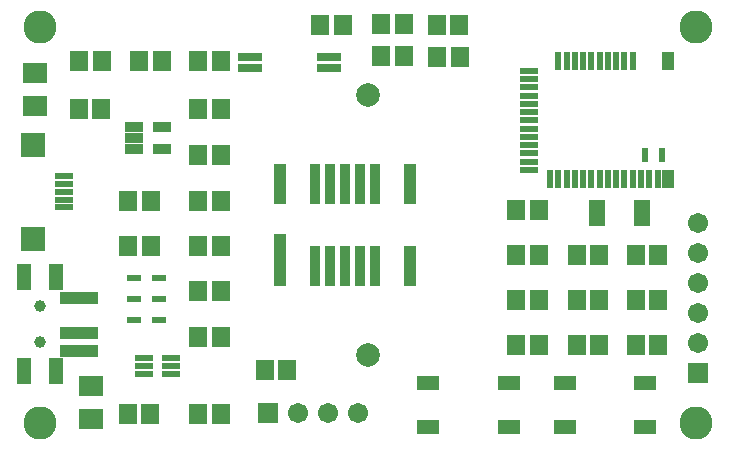
<source format=gts>
G04 Layer_Color=8388736*
%FSLAX25Y25*%
%MOIN*%
G70*
G01*
G75*
%ADD45R,0.05918X0.02200*%
%ADD46R,0.05918X0.06706*%
%ADD47R,0.04737X0.02200*%
%ADD48R,0.05721X0.08674*%
%ADD49R,0.07887X0.07099*%
%ADD50R,0.05918X0.03556*%
%ADD51R,0.07493X0.04737*%
%ADD52R,0.03950X0.06312*%
%ADD53R,0.02375X0.06312*%
%ADD54R,0.06312X0.02375*%
%ADD55R,0.02375X0.04737*%
%ADD56R,0.03950X0.17729*%
%ADD57R,0.03556X0.13792*%
%ADD58R,0.03950X0.13792*%
%ADD59R,0.07887X0.02965*%
%ADD60R,0.08300X0.07900*%
%ADD61R,0.06400X0.02200*%
%ADD62R,0.04737X0.08674*%
%ADD63R,0.12611X0.03950*%
%ADD64C,0.11036*%
%ADD65R,0.06706X0.06706*%
%ADD66C,0.06706*%
%ADD67R,0.06706X0.06706*%
%ADD68C,0.07887*%
%ADD69C,0.03950*%
D45*
X43341Y30356D02*
D03*
Y27756D02*
D03*
Y25156D02*
D03*
X52328D02*
D03*
Y27756D02*
D03*
Y30356D02*
D03*
D46*
X167520Y79724D02*
D03*
X175000D02*
D03*
X167520Y64764D02*
D03*
X175000D02*
D03*
X167520Y49803D02*
D03*
X175000D02*
D03*
X167520Y34839D02*
D03*
X175000D02*
D03*
X187598D02*
D03*
X195079D02*
D03*
X187598Y49803D02*
D03*
X195079D02*
D03*
Y64764D02*
D03*
X187598D02*
D03*
X214799D02*
D03*
X207319D02*
D03*
X214799Y49803D02*
D03*
X207319D02*
D03*
X214799Y34839D02*
D03*
X207319D02*
D03*
X21850Y129508D02*
D03*
X29331D02*
D03*
X21654Y113583D02*
D03*
X29134D02*
D03*
X41732Y129508D02*
D03*
X49213D02*
D03*
X61508D02*
D03*
X68988D02*
D03*
X61417Y113583D02*
D03*
X68898D02*
D03*
Y98032D02*
D03*
X61417D02*
D03*
X68988Y82677D02*
D03*
X61508D02*
D03*
X38189D02*
D03*
X45669D02*
D03*
X38189Y67716D02*
D03*
X45669D02*
D03*
X61508D02*
D03*
X68988D02*
D03*
X61417Y52756D02*
D03*
X68898D02*
D03*
X61508Y37402D02*
D03*
X68988D02*
D03*
X37992Y11614D02*
D03*
X45472D02*
D03*
X61508D02*
D03*
X68988D02*
D03*
X140945Y141535D02*
D03*
X148425D02*
D03*
X148622Y130905D02*
D03*
X141142D02*
D03*
X129921Y131102D02*
D03*
X122441D02*
D03*
X102165Y141535D02*
D03*
X109646D02*
D03*
X129921Y141732D02*
D03*
X122441D02*
D03*
X91142Y26575D02*
D03*
X83661D02*
D03*
D47*
X40157Y57087D02*
D03*
X48425D02*
D03*
X40157Y50197D02*
D03*
X48425D02*
D03*
X40157Y43110D02*
D03*
X48425D02*
D03*
D48*
X194488Y78740D02*
D03*
X209449D02*
D03*
D49*
X7087Y125591D02*
D03*
Y114567D02*
D03*
X25591Y21063D02*
D03*
Y10039D02*
D03*
D50*
X39961Y107480D02*
D03*
Y103740D02*
D03*
Y100000D02*
D03*
X49409D02*
D03*
Y107480D02*
D03*
D51*
X138173Y22244D02*
D03*
Y7283D02*
D03*
X164976Y22244D02*
D03*
Y7283D02*
D03*
X183646Y22244D02*
D03*
Y7283D02*
D03*
X210449Y22244D02*
D03*
Y7283D02*
D03*
D52*
X218110Y129331D02*
D03*
Y89961D02*
D03*
D53*
X181496Y129331D02*
D03*
X189764D02*
D03*
X187008D02*
D03*
X184252D02*
D03*
X198031D02*
D03*
X195275D02*
D03*
X192520D02*
D03*
X206299D02*
D03*
X203543D02*
D03*
X200787D02*
D03*
X178740Y89961D02*
D03*
X181496D02*
D03*
X184252D02*
D03*
X187008D02*
D03*
X189764D02*
D03*
X192520D02*
D03*
X195275D02*
D03*
X198031D02*
D03*
X200787D02*
D03*
X203543D02*
D03*
X206299D02*
D03*
X209055D02*
D03*
X211811D02*
D03*
X214567D02*
D03*
D54*
X171653Y109646D02*
D03*
Y106890D02*
D03*
Y104134D02*
D03*
Y117913D02*
D03*
Y115157D02*
D03*
Y112402D02*
D03*
Y123425D02*
D03*
Y120669D02*
D03*
Y101378D02*
D03*
Y98622D02*
D03*
Y95866D02*
D03*
Y93110D02*
D03*
Y126181D02*
D03*
D55*
X210433Y98228D02*
D03*
X215945D02*
D03*
D56*
X88665Y62961D02*
D03*
D57*
X100236Y61122D02*
D03*
X105236D02*
D03*
X110236D02*
D03*
X115236D02*
D03*
X120236D02*
D03*
Y88484D02*
D03*
X115236D02*
D03*
X110236D02*
D03*
X105236D02*
D03*
X100236D02*
D03*
D58*
X131890Y61122D02*
D03*
Y88484D02*
D03*
X88582D02*
D03*
D59*
X78740Y130610D02*
D03*
Y127264D02*
D03*
X105118D02*
D03*
Y130610D02*
D03*
D60*
X6299Y70027D02*
D03*
Y101575D02*
D03*
D61*
X16799Y83227D02*
D03*
Y85827D02*
D03*
Y88386D02*
D03*
Y80627D02*
D03*
Y90945D02*
D03*
D62*
X3543Y57284D02*
D03*
Y26181D02*
D03*
X14173Y57284D02*
D03*
Y26181D02*
D03*
D63*
X21654Y50591D02*
D03*
Y38780D02*
D03*
Y32874D02*
D03*
D64*
X227362Y140748D02*
D03*
X8858D02*
D03*
Y8858D02*
D03*
X227362D02*
D03*
D65*
X227953Y25591D02*
D03*
D66*
Y35591D02*
D03*
Y45591D02*
D03*
Y55590D02*
D03*
Y65591D02*
D03*
Y75590D02*
D03*
X94646Y12205D02*
D03*
X104646D02*
D03*
X114646D02*
D03*
D67*
X84646D02*
D03*
D68*
X118110Y118110D02*
D03*
Y31496D02*
D03*
D69*
X8858Y47638D02*
D03*
Y35827D02*
D03*
M02*

</source>
